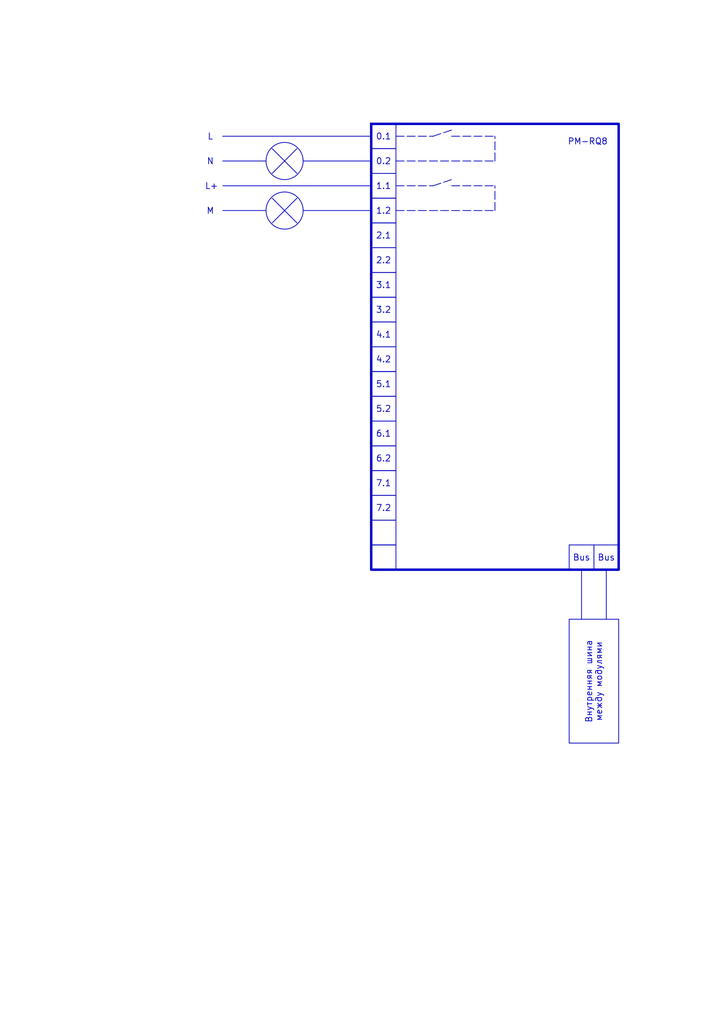
<source format=kicad_sch>
(kicad_sch
	(version 20250114)
	(generator "eeschema")
	(generator_version "9.0")
	(uuid "ca3e4e1c-051b-43f2-b963-08a976b836f1")
	(paper "A5" portrait)
	(title_block
		(title "Схема внешних подключений PM-RQ8")
		(date "2024-07-12")
		(comment 2 "Konstantin")
	)
	(lib_symbols)
	(rectangle
		(start 76.2 111.76)
		(end 81.28 116.84)
		(stroke
			(width 0)
			(type default)
		)
		(fill
			(type none)
		)
		(uuid 0e728aa0-d77a-4cd4-babd-13534ffaec3c)
	)
	(circle
		(center 58.42 43.18)
		(radius 3.81)
		(stroke
			(width 0)
			(type default)
		)
		(fill
			(type none)
		)
		(uuid 4e248f7b-b6dc-47a5-a40d-332b052c87cb)
	)
	(circle
		(center 58.42 33.02)
		(radius 3.81)
		(stroke
			(width 0)
			(type default)
		)
		(fill
			(type none)
		)
		(uuid 5c4eaacd-8b45-4ef3-beb4-411fd7b5eb3f)
	)
	(rectangle
		(start 76.2 25.4)
		(end 127 116.84)
		(stroke
			(width 0.5)
			(type default)
		)
		(fill
			(type none)
		)
		(uuid a7f01587-4004-41e2-a501-cff0b2f54dc6)
	)
	(rectangle
		(start 76.2 106.68)
		(end 81.28 111.76)
		(stroke
			(width 0)
			(type default)
		)
		(fill
			(type none)
		)
		(uuid edf879db-4bc7-4f6e-b607-98eb2b395215)
	)
	(text "N"
		(exclude_from_sim no)
		(at 43.18 33.274 0)
		(effects
			(font
				(size 1.27 1.27)
			)
		)
		(uuid "3f3c7e25-0be3-40f4-9279-3f60df075acf")
	)
	(text "L+"
		(exclude_from_sim no)
		(at 43.434 38.354 0)
		(effects
			(font
				(size 1.27 1.27)
			)
		)
		(uuid "72ff8a9b-7874-4ff3-b993-a429b6115a5c")
	)
	(text "M"
		(exclude_from_sim no)
		(at 43.18 43.434 0)
		(effects
			(font
				(size 1.27 1.27)
			)
		)
		(uuid "7a3bc196-727c-41a2-922e-bf0e6bf61af0")
	)
	(text "L"
		(exclude_from_sim no)
		(at 43.18 28.194 0)
		(effects
			(font
				(size 1.27 1.27)
			)
		)
		(uuid "a84a9852-bd23-4261-b7be-fa43cb836fe8")
	)
	(text "PM-RQ8"
		(exclude_from_sim no)
		(at 120.65 29.21 0)
		(effects
			(font
				(size 1.27 1.27)
			)
		)
		(uuid "be152c5b-c37d-446e-bc50-410cb52250b2")
	)
	(text_box "2.2"
		(exclude_from_sim no)
		(at 76.2 50.8 0)
		(size 5.08 5.08)
		(margins 0.9525 0.9525 0.9525 0.9525)
		(stroke
			(width 0)
			(type default)
		)
		(fill
			(type none)
		)
		(effects
			(font
				(size 1.27 1.27)
			)
		)
		(uuid "048737db-b534-48ba-9321-74a3a4f736aa")
	)
	(text_box "Bus"
		(exclude_from_sim no)
		(at 121.92 111.76 0)
		(size 5.08 5.08)
		(margins 0.9525 0.9525 0.9525 0.9525)
		(stroke
			(width 0)
			(type default)
		)
		(fill
			(type none)
		)
		(effects
			(font
				(size 1.27 1.27)
			)
		)
		(uuid "41cc019d-f645-4afc-a392-f4761fa9c33b")
	)
	(text_box "5.1"
		(exclude_from_sim no)
		(at 76.2 76.2 0)
		(size 5.08 5.08)
		(margins 0.9525 0.9525 0.9525 0.9525)
		(stroke
			(width 0)
			(type default)
		)
		(fill
			(type none)
		)
		(effects
			(font
				(size 1.27 1.27)
			)
		)
		(uuid "42d8dab7-c728-40f3-9c06-abc583392a98")
	)
	(text_box "1.2"
		(exclude_from_sim no)
		(at 76.2 40.64 0)
		(size 5.08 5.08)
		(margins 0.9525 0.9525 0.9525 0.9525)
		(stroke
			(width 0)
			(type default)
		)
		(fill
			(type none)
		)
		(effects
			(font
				(size 1.27 1.27)
			)
		)
		(uuid "4d764e4c-2028-42ed-86d7-94b9f984f9a0")
	)
	(text_box "2.1"
		(exclude_from_sim no)
		(at 76.2 45.72 0)
		(size 5.08 5.08)
		(margins 0.9525 0.9525 0.9525 0.9525)
		(stroke
			(width 0)
			(type default)
		)
		(fill
			(type none)
		)
		(effects
			(font
				(size 1.27 1.27)
			)
		)
		(uuid "592aee43-0937-4431-a0c3-6b4b9c50a229")
	)
	(text_box "6.2"
		(exclude_from_sim no)
		(at 76.2 91.44 0)
		(size 5.08 5.08)
		(margins 0.9525 0.9525 0.9525 0.9525)
		(stroke
			(width 0)
			(type default)
		)
		(fill
			(type none)
		)
		(effects
			(font
				(size 1.27 1.27)
			)
		)
		(uuid "5f8293e3-652d-479b-9577-69b4205de4b3")
	)
	(text_box "4.1"
		(exclude_from_sim no)
		(at 76.2 66.04 0)
		(size 5.08 5.08)
		(margins 0.9525 0.9525 0.9525 0.9525)
		(stroke
			(width 0)
			(type default)
		)
		(fill
			(type none)
		)
		(effects
			(font
				(size 1.27 1.27)
			)
		)
		(uuid "6eebe3db-58ed-4155-8a16-2d367fa3a89a")
	)
	(text_box "0.2"
		(exclude_from_sim no)
		(at 76.2 30.48 0)
		(size 5.08 5.08)
		(margins 0.9525 0.9525 0.9525 0.9525)
		(stroke
			(width 0)
			(type default)
		)
		(fill
			(type none)
		)
		(effects
			(font
				(size 1.27 1.27)
			)
		)
		(uuid "8c96a05f-228d-4293-8c95-020e2b457597")
	)
	(text_box "5.2"
		(exclude_from_sim no)
		(at 76.2 81.28 0)
		(size 5.08 5.08)
		(margins 0.9525 0.9525 0.9525 0.9525)
		(stroke
			(width 0)
			(type default)
		)
		(fill
			(type none)
		)
		(effects
			(font
				(size 1.27 1.27)
			)
		)
		(uuid "9707f12d-c11a-446e-8c04-f4551771f483")
	)
	(text_box "4.2"
		(exclude_from_sim no)
		(at 76.2 71.12 0)
		(size 5.08 5.08)
		(margins 0.9525 0.9525 0.9525 0.9525)
		(stroke
			(width 0)
			(type default)
		)
		(fill
			(type none)
		)
		(effects
			(font
				(size 1.27 1.27)
			)
		)
		(uuid "a160b928-1639-49fd-b2dd-307c194f0453")
	)
	(text_box "0.1"
		(exclude_from_sim no)
		(at 76.2 25.4 0)
		(size 5.08 5.08)
		(margins 0.9525 0.9525 0.9525 0.9525)
		(stroke
			(width 0)
			(type default)
		)
		(fill
			(type none)
		)
		(effects
			(font
				(size 1.27 1.27)
			)
		)
		(uuid "a62ea8fe-3081-47d1-93a2-e125b4bcbad6")
	)
	(text_box "3.1"
		(exclude_from_sim no)
		(at 76.2 55.88 0)
		(size 5.08 5.08)
		(margins 0.9525 0.9525 0.9525 0.9525)
		(stroke
			(width 0)
			(type default)
		)
		(fill
			(type none)
		)
		(effects
			(font
				(size 1.27 1.27)
			)
		)
		(uuid "a7406e28-4942-44d9-8ef2-563e42b0d0fc")
	)
	(text_box "Bus"
		(exclude_from_sim no)
		(at 116.84 111.76 0)
		(size 5.08 5.08)
		(margins 0.9525 0.9525 0.9525 0.9525)
		(stroke
			(width 0)
			(type default)
		)
		(fill
			(type none)
		)
		(effects
			(font
				(size 1.27 1.27)
			)
		)
		(uuid "c5081877-03c0-4048-9e65-d52e97cce507")
	)
	(text_box "Внутренняя шина между модулями"
		(exclude_from_sim no)
		(at 116.84 127 90)
		(size 10.16 25.4)
		(margins 0.9525 0.9525 0.9525 0.9525)
		(stroke
			(width 0)
			(type default)
		)
		(fill
			(type none)
		)
		(effects
			(font
				(size 1.27 1.27)
			)
		)
		(uuid "c87b86f0-fdde-431a-a815-61ffab0cf775")
	)
	(text_box "7.2"
		(exclude_from_sim no)
		(at 76.2 101.6 0)
		(size 5.08 5.08)
		(margins 0.9525 0.9525 0.9525 0.9525)
		(stroke
			(width 0)
			(type default)
		)
		(fill
			(type none)
		)
		(effects
			(font
				(size 1.27 1.27)
			)
		)
		(uuid "d2ddc6d2-bae4-4a1a-9867-935458720842")
	)
	(text_box "7.1"
		(exclude_from_sim no)
		(at 76.2 96.52 0)
		(size 5.08 5.08)
		(margins 0.9525 0.9525 0.9525 0.9525)
		(stroke
			(width 0)
			(type default)
		)
		(fill
			(type none)
		)
		(effects
			(font
				(size 1.27 1.27)
			)
		)
		(uuid "d9eaf8aa-7067-4045-84fc-3d9e105e9af8")
	)
	(text_box "1.1"
		(exclude_from_sim no)
		(at 76.2 35.56 0)
		(size 5.08 5.08)
		(margins 0.9525 0.9525 0.9525 0.9525)
		(stroke
			(width 0)
			(type default)
		)
		(fill
			(type none)
		)
		(effects
			(font
				(size 1.27 1.27)
			)
		)
		(uuid "df4d99da-04b4-4e33-9d9c-e0a33653f67a")
	)
	(text_box "6.1"
		(exclude_from_sim no)
		(at 76.2 86.36 0)
		(size 5.08 5.08)
		(margins 0.9525 0.9525 0.9525 0.9525)
		(stroke
			(width 0)
			(type default)
		)
		(fill
			(type none)
		)
		(effects
			(font
				(size 1.27 1.27)
			)
		)
		(uuid "f00da900-7147-4aa7-b37b-8d1fe3157b1b")
	)
	(text_box "3.2"
		(exclude_from_sim no)
		(at 76.2 60.96 0)
		(size 5.08 5.08)
		(margins 0.9525 0.9525 0.9525 0.9525)
		(stroke
			(width 0)
			(type default)
		)
		(fill
			(type none)
		)
		(effects
			(font
				(size 1.27 1.27)
			)
		)
		(uuid "f3665cd2-02de-46b4-8741-42550d5ab9e0")
	)
	(polyline
		(pts
			(xy 55.88 30.48) (xy 60.96 35.56)
		)
		(stroke
			(width 0)
			(type default)
		)
		(uuid "0419e7cf-bbd2-432f-905b-aae3d10b22d0")
	)
	(polyline
		(pts
			(xy 88.9 38.1) (xy 92.71 36.83)
		)
		(stroke
			(width 0)
			(type dash)
		)
		(uuid "09f82a50-f848-4b69-87ab-52bee4422bf6")
	)
	(polyline
		(pts
			(xy 81.28 38.1) (xy 88.9 38.1)
		)
		(stroke
			(width 0)
			(type dash)
		)
		(uuid "129de7d2-d46b-4520-9e78-2751bb4edf72")
	)
	(polyline
		(pts
			(xy 101.6 33.02) (xy 101.6 27.94)
		)
		(stroke
			(width 0)
			(type dash)
		)
		(uuid "167415f8-5349-4bcf-b4bb-fe7795ea85a0")
	)
	(polyline
		(pts
			(xy 45.72 43.18) (xy 54.61 43.18)
		)
		(stroke
			(width 0)
			(type default)
		)
		(uuid "2e39697d-8ff2-4377-87e3-8481fd38f51d")
	)
	(polyline
		(pts
			(xy 81.28 27.94) (xy 88.9 27.94)
		)
		(stroke
			(width 0)
			(type dash)
		)
		(uuid "3626807d-3d13-43d3-a8bd-22c3e9bf3dcf")
	)
	(polyline
		(pts
			(xy 62.23 43.18) (xy 76.2 43.18)
		)
		(stroke
			(width 0)
			(type default)
		)
		(uuid "4adef9c6-2e45-432f-a672-6e5b5053fa30")
	)
	(polyline
		(pts
			(xy 45.72 33.02) (xy 54.61 33.02)
		)
		(stroke
			(width 0)
			(type default)
		)
		(uuid "5337f4f4-7bca-4f37-90c2-c75c4fe188a9")
	)
	(polyline
		(pts
			(xy 119.38 116.84) (xy 119.38 127)
		)
		(stroke
			(width 0)
			(type default)
		)
		(uuid "55774577-76a2-4e93-9a8c-85c4aa0aec1f")
	)
	(polyline
		(pts
			(xy 62.23 33.02) (xy 76.2 33.02)
		)
		(stroke
			(width 0)
			(type default)
		)
		(uuid "5ad9c3cb-a069-4835-b2e2-3e50df5907a5")
	)
	(polyline
		(pts
			(xy 55.88 40.64) (xy 60.96 45.72)
		)
		(stroke
			(width 0)
			(type default)
		)
		(uuid "5b4f6c5d-c00b-49c9-b8be-736dc42b2673")
	)
	(polyline
		(pts
			(xy 101.6 43.18) (xy 101.6 38.1)
		)
		(stroke
			(width 0)
			(type dash)
		)
		(uuid "6e8cb7f2-1c4c-4c7c-ae92-2636b94824f8")
	)
	(polyline
		(pts
			(xy 55.88 35.56) (xy 60.96 30.48)
		)
		(stroke
			(width 0)
			(type default)
		)
		(uuid "7054a94d-b353-4734-a946-3911f69d44d9")
	)
	(polyline
		(pts
			(xy 45.72 38.1) (xy 76.2 38.1)
		)
		(stroke
			(width 0)
			(type default)
		)
		(uuid "7b32c453-cfb4-44ba-beb6-47ecc448abbf")
	)
	(polyline
		(pts
			(xy 45.72 27.94) (xy 76.2 27.94)
		)
		(stroke
			(width 0)
			(type default)
		)
		(uuid "7df67289-4b2f-4fc7-a079-483429ea2c8d")
	)
	(polyline
		(pts
			(xy 92.71 38.1) (xy 101.6 38.1)
		)
		(stroke
			(width 0)
			(type dash)
		)
		(uuid "bd3ec490-9c48-40dc-9766-13ba07a009e5")
	)
	(polyline
		(pts
			(xy 124.46 116.84) (xy 124.46 127)
		)
		(stroke
			(width 0)
			(type default)
		)
		(uuid "ca54b0e9-edae-426b-8004-951516048ff2")
	)
	(polyline
		(pts
			(xy 55.88 45.72) (xy 60.96 40.64)
		)
		(stroke
			(width 0)
			(type default)
		)
		(uuid "d74fd6d3-33f6-4394-8c2a-40fe9f5d9ff1")
	)
	(polyline
		(pts
			(xy 81.28 33.02) (xy 101.6 33.02)
		)
		(stroke
			(width 0)
			(type dash)
		)
		(uuid "d8c8b69e-bda9-48f4-8f1c-83a053b40d4d")
	)
	(polyline
		(pts
			(xy 81.28 43.18) (xy 101.6 43.18)
		)
		(stroke
			(width 0)
			(type dash)
		)
		(uuid "da7d330e-056e-4454-a6eb-3b882fec2969")
	)
	(polyline
		(pts
			(xy 92.71 27.94) (xy 101.6 27.94)
		)
		(stroke
			(width 0)
			(type dash)
		)
		(uuid "db09aac3-536b-4aa6-adf4-b5febedcc7ad")
	)
	(polyline
		(pts
			(xy 88.9 27.94) (xy 92.71 26.67)
		)
		(stroke
			(width 0)
			(type dash)
		)
		(uuid "e34b476f-9618-46c2-b714-406ee2cdb846")
	)
)

</source>
